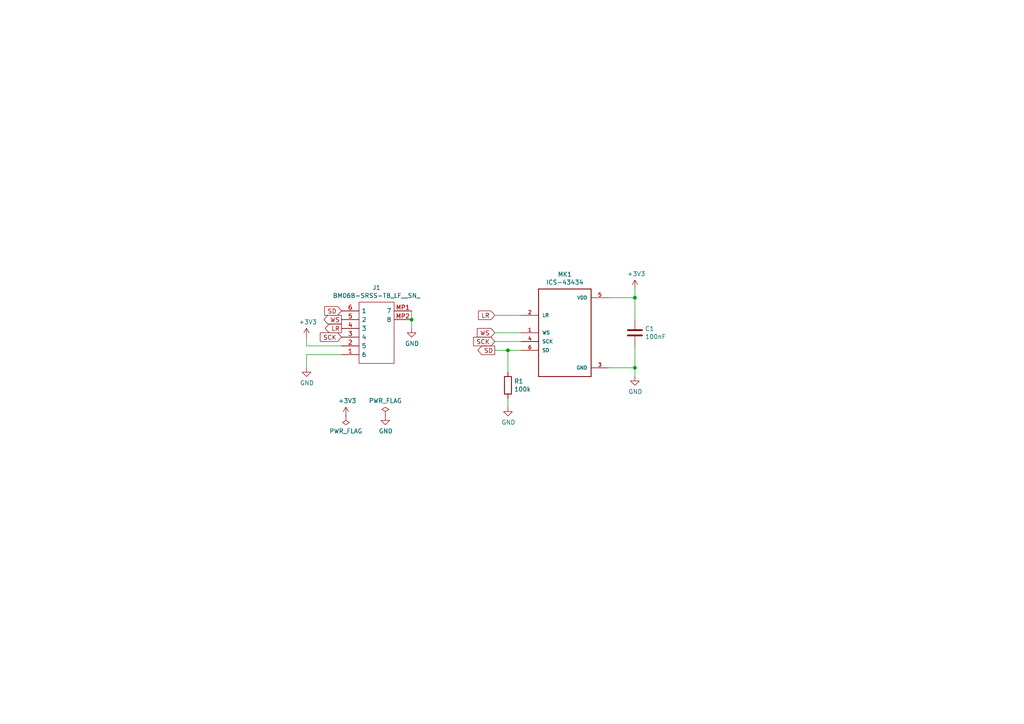
<source format=kicad_sch>
(kicad_sch (version 20211123) (generator eeschema)
  (paper "A4")
  (title_block (title "ICS-43434-PCB") (date "16.03.2022") (rev "V1.4"))
  (lib_symbols
    (symbol "BM06B-SRSS-TB_LF__SN_:BM06B-SRSS-TB_LF__SN_" (pin_names (offset 0.762))
      (property "Reference" "J" (at 16.51 7.62 0))
      (property "Value" "BM06B-SRSS-TB_LF__SN_" (at 16.51 5.08 0))
      (symbol "BM06B-SRSS-TB_LF__SN__0_0"
        (pin passive line (at 0 -12.7 0) (length 5.08) (name "6") (number "1"))
        (pin passive line (at 0 -10.16 0) (length 5.08) (name "5") (number "2"))
        (pin passive line (at 0 -7.62 0) (length 5.08) (name "4") (number "3"))
        (pin passive line (at 0 -5.08 0) (length 5.08) (name "3") (number "4"))
        (pin passive line (at 0 -2.54 0) (length 5.08) (name "2") (number "5"))
        (pin passive line (at 0 0 0) (length 5.08) (name "1") (number "6"))
        (pin passive line (at 20.32 0 180) (length 5.08) (name "7") (number "MP1"))
        (pin passive line (at 20.32 -2.54 180) (length 5.08) (name "8") (number "MP2"))
      )
      (symbol "BM06B-SRSS-TB_LF__SN__0_1"
        (polyline (pts (xy 5.08 2.54) (xy 15.24 2.54) (xy 15.24 -15.24) (xy 5.08 -15.24) (xy 5.08 2.54)) (stroke (width 0.1524)))
      )
    )
    (symbol "Device:C" (pin_numbers hide) (pin_names (offset 0.254))
      (property "Reference" "C" (at 0.635 2.54 0))
      (property "Value" "C" (at 0.635 -2.54 0))
      (symbol "C_0_1"
        (polyline (pts (xy -2.032 -0.762) (xy 2.032 -0.762)) (stroke (width 0.508)))
        (polyline (pts (xy -2.032 0.762) (xy 2.032 0.762)) (stroke (width 0.508)))
      )
      (symbol "C_1_1"
        (pin passive line (at 0 3.81 270) (length 2.794) (name "~") (number "1"))
        (pin passive line (at 0 -3.81 90) (length 2.794) (name "~") (number "2"))
      )
    )
    (symbol "Device:R" (pin_numbers hide) (pin_names (offset 0))
      (property "Reference" "R" (at 2.032 0 90))
      (property "Value" "R" (at 0 0 90))
      (symbol "R_0_1"
        (rectangle (start -1.016 -2.54) (end 1.016 2.54) (stroke (width 0.254)))
      )
      (symbol "R_1_1"
        (pin passive line (at 0 3.81 270) (length 1.27) (name "~") (number "1"))
        (pin passive line (at 0 -3.81 90) (length 1.27) (name "~") (number "2"))
      )
    )
    (symbol "ICS-43434:ICS-43434" (pin_names (offset 1.016))
      (property "Reference" "MK" (at -7.6708 12.7762 0))
      (property "Value" "ICS-43434" (at -7.6708 -15.3416 0))
      (symbol "ICS-43434_0_0"
        (polyline (pts (xy -7.62 -12.7) (xy -7.62 12.7)) (stroke (width 0.254)))
        (polyline (pts (xy -7.62 12.7) (xy 7.62 12.7)) (stroke (width 0.254)))
        (polyline (pts (xy 7.62 -12.7) (xy -7.62 -12.7)) (stroke (width 0.254)))
        (polyline (pts (xy 7.62 12.7) (xy 7.62 -12.7)) (stroke (width 0.254)))
        (pin input line (at -12.7 0 0) (length 5.08) (name "WS") (number "1"))
        (pin input line (at -12.7 5.08 0) (length 5.08) (name "LR") (number "2"))
        (pin power_in line (at 12.7 -10.16 180) (length 5.08) (name "GND") (number "3"))
        (pin input line (at -12.7 -2.54 0) (length 5.08) (name "SCK") (number "4"))
        (pin power_in line (at 12.7 10.16 180) (length 5.08) (name "VDD") (number "5"))
        (pin output line (at -12.7 -5.08 0) (length 5.08) (name "SD") (number "6"))
      )
    )
    (symbol "power:+3.3V" (power) (pin_names (offset 0))
      (property "Value" "+3.3V" (at 0 3.556 0))
      (symbol "+3.3V_0_1"
        (polyline (pts (xy -0.762 1.27) (xy 0 2.54)))
        (polyline (pts (xy 0 0) (xy 0 2.54)))
        (polyline (pts (xy 0 2.54) (xy 0.762 1.27)))
      )
      (symbol "+3.3V_1_1"
        (pin power_in line (at 0 0 90) (length 0) hide (name "+3V3") (number "1"))
      )
    )
    (symbol "power:GND" (power) (pin_names (offset 0))
      (property "Value" "GND" (at 0 -3.81 0))
      (symbol "GND_0_1"
        (polyline (pts (xy 0 0) (xy 0 -1.27) (xy 1.27 -1.27) (xy 0 -2.54) (xy -1.27 -1.27) (xy 0 -1.27)))
      )
      (symbol "GND_1_1"
        (pin power_in line (at 0 0 270) (length 0) hide (name "GND") (number "1"))
      )
    )
    (symbol "power:PWR_FLAG" (power) (pin_numbers hide) (pin_names (offset 0) hide)
      (property "Value" "PWR_FLAG" (at 0 3.81 0))
      (symbol "PWR_FLAG_0_0"
        (pin power_out line (at 0 0 90) (length 0) (name "pwr") (number "1"))
      )
      (symbol "PWR_FLAG_0_1"
        (polyline (pts (xy 0 0) (xy 0 1.27) (xy -1.016 1.905) (xy 0 2.54) (xy 1.016 1.905) (xy 0 1.27)))
      )
    )
  )
  (junction (at 184.15 106.68))
  (junction (at 147.32 101.6))
  (junction (at 119.38 92.71))
  (junction (at 184.15 86.36))
  (wire (pts (xy 147.32 107.95) (xy 147.32 101.6)))
  (wire (pts (xy 147.32 118.11) (xy 147.32 115.57)))
  (wire (pts (xy 143.51 101.6) (xy 147.32 101.6)))
  (wire (pts (xy 176.53 86.36) (xy 184.15 86.36)))
  (wire (pts (xy 119.38 90.17) (xy 119.38 92.71)))
  (wire (pts (xy 88.9 100.33) (xy 88.9 97.79)))
  (wire (pts (xy 151.13 91.44) (xy 143.51 91.44)))
  (wire (pts (xy 151.13 99.06) (xy 143.51 99.06)))
  (wire (pts (xy 184.15 86.36) (xy 184.15 92.71)))
  (wire (pts (xy 151.13 96.52) (xy 143.51 96.52)))
  (wire (pts (xy 184.15 106.68) (xy 184.15 109.22)))
  (wire (pts (xy 99.06 100.33) (xy 88.9 100.33)))
  (wire (pts (xy 88.9 102.87) (xy 88.9 106.68)))
  (wire (pts (xy 184.15 83.82) (xy 184.15 86.36)))
  (wire (pts (xy 119.38 92.71) (xy 119.38 95.25)))
  (wire (pts (xy 147.32 101.6) (xy 151.13 101.6)))
  (wire (pts (xy 184.15 106.68) (xy 184.15 100.33)))
  (wire (pts (xy 176.53 106.68) (xy 184.15 106.68)))
  (wire (pts (xy 99.06 102.87) (xy 88.9 102.87)))
  (global_label "WS" (shape input) (at 143.51 96.52 180) (property "Referenzen zwischen Schaltplänen" "${INTERSHEET_REFS}" (effects hide)))
  (global_label "WS" (shape output) (at 99.06 92.71 180) (property "Referenzen zwischen Schaltplänen" "${INTERSHEET_REFS}" (effects hide)))
  (global_label "LR" (shape output) (at 99.06 95.25 180) (property "Referenzen zwischen Schaltplänen" "${INTERSHEET_REFS}" (effects hide)))
  (global_label "SD" (shape input) (at 99.06 90.17 180) (property "Referenzen zwischen Schaltplänen" "${INTERSHEET_REFS}" (effects hide)))
  (global_label "LR" (shape input) (at 143.51 91.44 180) (property "Referenzen zwischen Schaltplänen" "${INTERSHEET_REFS}" (effects hide)))
  (global_label "SCK" (shape input) (at 99.06 97.79 180) (property "Referenzen zwischen Schaltplänen" "${INTERSHEET_REFS}" (effects hide)))
  (global_label "SD" (shape output) (at 143.51 101.6 180) (property "Referenzen zwischen Schaltplänen" "${INTERSHEET_REFS}" (effects hide)))
  (global_label "SCK" (shape input) (at 143.51 99.06 180) (property "Referenzen zwischen Schaltplänen" "${INTERSHEET_REFS}" (effects hide)))
  (symbol (lib_id "BM06B-SRSS-TB_LF__SN_:BM06B-SRSS-TB_LF__SN_") (at 99.06 90.17 0) (unit 1)
    (property "Reference" "J1" (at 109.22 83.439 0))
    (property "Value" "BM06B-SRSS-TB_LF__SN_" (at 109.22 85.7504 0))
    (property "Footprint" "BM06B-SRSS-TB_LF__SN:BM06BSRSSTBLFSN" (effects hide))
    (property "Datasheet" "http://docs-emea.rs-online.com/webdocs/13ce/0900766b813ce45e.pdf" (effects hide))
    (property "Description" "connector,multipole PCB use,BM06B-SRSS-T JST SH Series, 1mm Pitch 6 Way 1 Row Straight PCB Header, Solder Termination, 1A" (effects hide))
    (property "Height" "4.25" (effects hide))
    (property "Manufacturer_Name" "JST (JAPAN SOLDERLESS TERMINALS)" (effects hide))
    (property "Manufacturer_Part_Number" "BM06B-SRSS-TB(LF)(SN)" (effects hide))
  )
  (symbol (lib_id "power:+3.3V") (at 88.9 97.79 0) (unit 1)
    (property "Reference" "#PWR0101" (effects hide))
    (property "Value" "+3.3V" (at 89.281 93.3958 0))
  )
  (symbol (lib_id "power:GND") (at 88.9 106.68 0) (unit 1)
    (property "Reference" "#PWR0102" (effects hide))
    (property "Value" "GND" (at 89.027 111.0742 0))
  )
  (symbol (lib_id "power:+3.3V") (at 100.33 120.65 0) (unit 1)
    (property "Reference" "#PWR0104" (effects hide))
    (property "Value" "+3.3V" (at 100.711 116.2558 0))
  )
  (symbol (lib_id "power:PWR_FLAG") (at 100.33 120.65 180) (unit 1)
    (property "Reference" "#FLG0101" (effects hide))
    (property "Value" "PWR_FLAG" (at 100.33 125.0442 0))
  )
  (symbol (lib_id "power:PWR_FLAG") (at 111.76 120.65 0) (unit 1)
    (property "Reference" "#FLG0102" (effects hide))
    (property "Value" "PWR_FLAG" (at 111.76 116.2558 0))
  )
  (symbol (lib_id "power:GND") (at 111.76 120.65 0) (unit 1)
    (property "Reference" "#PWR0105" (effects hide))
    (property "Value" "GND" (at 111.887 125.0442 0))
  )
  (symbol (lib_id "power:GND") (at 119.38 95.25 0) (unit 1)
    (property "Reference" "#PWR0103" (effects hide))
    (property "Value" "GND" (at 119.507 99.6442 0))
  )
  (symbol (lib_id "ICS-43434:ICS-43434") (at 163.83 96.52 0) (unit 1)
    (property "Reference" "MK1" (at 163.83 79.5782 0))
    (property "Value" "ICS-43434" (at 163.83 81.8896 0))
    (property "Footprint" "ICS-43434:MIC_ICS-43434" (effects hide))
    (property "Datasheet" "TDK InvenSense" (effects hide))
    (property "Feld4" "Unavailable" (effects hide))
    (property "Feld5" "None" (effects hide))
    (property "Feld6" "ICS-43434" (effects hide))
    (property "Feld7" "LGA-6 TDK-InvenSense" (effects hide))
    (property "Feld8" "Multi-Mode Microphone with I2S Digital Output" (effects hide))
  )
  (symbol (lib_id "Device:C") (at 184.15 96.52 0) (unit 1)
    (property "Reference" "C1" (at 187.071 95.3516 0) (effects (justify left)))
    (property "Value" "100nF" (at 187.071 97.663 0) (effects (justify left)))
    (property "Footprint" "Capacitor_SMD:C_0603_1608Metric" (effects hide))
  )
  (symbol (lib_id "power:+3.3V") (at 184.15 83.82 0) (unit 1)
    (property "Reference" "#PWR0106" (effects hide))
    (property "Value" "+3.3V" (at 184.531 79.4258 0))
  )
  (symbol (lib_id "power:GND") (at 184.15 109.22 0) (unit 1)
    (property "Reference" "#PWR0107" (effects hide))
    (property "Value" "GND" (at 184.277 113.6142 0))
  )
  (symbol (lib_id "Device:R") (at 147.32 111.76 0) (unit 1)
    (property "Reference" "R1" (at 149.098 110.5916 0) (effects (justify left)))
    (property "Value" "100k" (at 149.098 112.903 0) (effects (justify left)))
    (property "Footprint" "Resistor_SMD:R_0603_1608Metric" (effects hide))
  )
  (symbol (lib_id "power:GND") (at 147.32 118.11 0) (unit 1)
    (property "Reference" "#PWR0108" (effects hide))
    (property "Value" "GND" (at 147.447 122.5042 0))
  )
)
</source>
